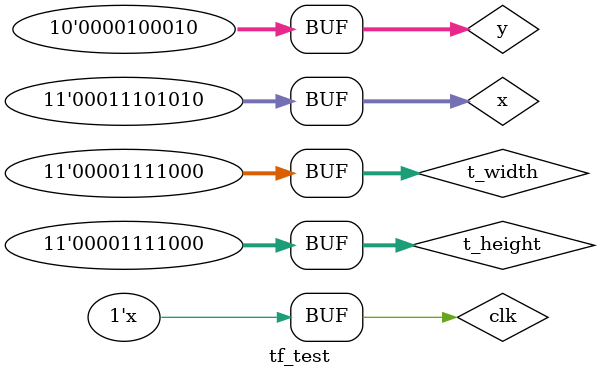
<source format=v>
`timescale 1ns / 1ps


module tf_test;

	// Inputs
	reg clk;
	reg [10:0] t_height;
	reg [10:0] t_width;
	reg [10:0] x;
	reg [9:0] y;

	// Outputs
	wire [12:0] cv_x;
	wire [12:0] cv_y;
	wire [21:0] x_prod;
	wire [21:0] y_prod;

	// Instantiate the Unit Under Test (UUT)
	transform uut (
		.clk(clk), 
		.t_height(t_height), 
		.t_width(t_width), 
		.x(x), 
		.y(y), 
		.cv_x(cv_x), 
		.cv_y(cv_y), 
		.x_prod(x_prod), 
		.y_prod(y_prod)
	);
   always #5 clk = ~clk;
	//always #200 
	initial begin
		// Initialize Inputs
		clk = 0;
		t_height = 0;
		t_width = 0;
		x = 0;
		y = 0;

		// Wait 100 ns for global reset to finish
		#100;
      t_height= 120;
		t_width =120;
		x = 234;
		y = 34;
		// Add stimulus here

	end
      
endmodule


</source>
